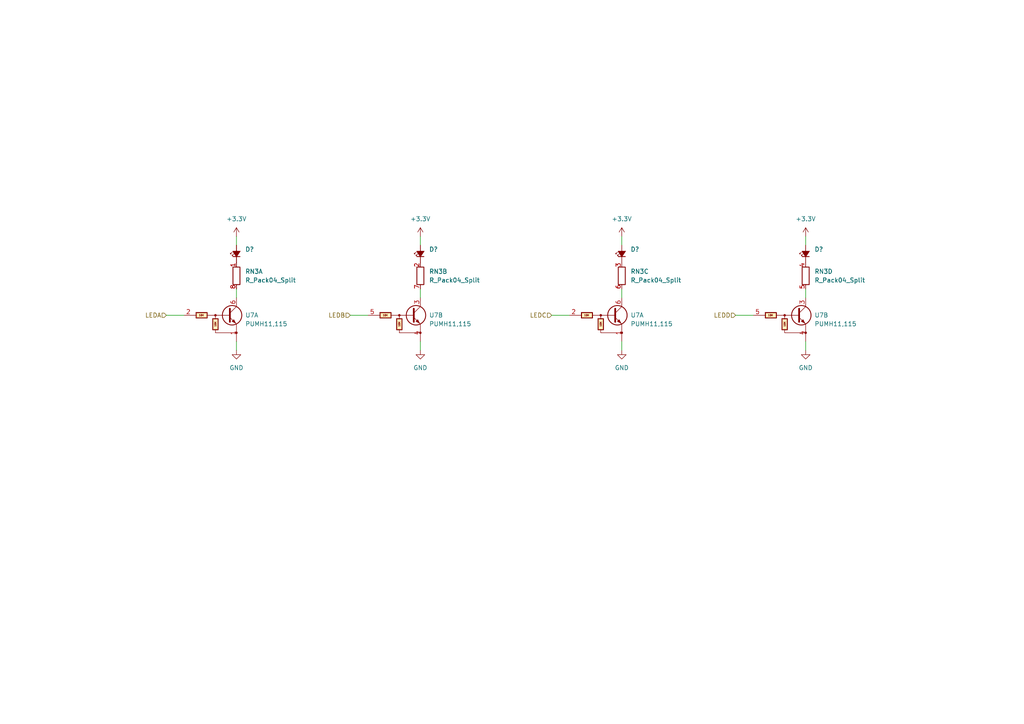
<source format=kicad_sch>
(kicad_sch (version 20230121) (generator eeschema)
  (paper "A4")
  (title_block (rev "R2.1"))
  (lib_symbols
    (symbol "Device:LED_Small_Filled" (pin_numbers hide) (pin_names (offset 0.254) hide)
      (property "Reference" "D" (at -1.27 3.175 0))
      (property "Value" "LED_Small_Filled" (at -4.445 -2.54 0))
      (symbol "LED_Small_Filled_0_1"
        (polyline (pts (xy -0.762 -1.016) (xy -0.762 1.016)) (stroke (width 0.254)))
        (polyline (pts (xy 1.016 0) (xy -0.762 0)))
        (polyline (pts (xy 0.762 -1.016) (xy -0.762 0) (xy 0.762 1.016) (xy 0.762 -1.016)) (stroke (width 0.254)) (fill (type outline)))
        (polyline (pts (xy 0 0.762) (xy -0.508 1.27) (xy -0.254 1.27) (xy -0.508 1.27) (xy -0.508 1.016)))
        (polyline (pts (xy 0.508 1.27) (xy 0 1.778) (xy 0.254 1.778) (xy 0 1.778) (xy 0 1.524)))
      )
      (symbol "LED_Small_Filled_1_1"
        (pin passive line (at -2.54 0 0) (length 1.778) (name "K") (number "1"))
        (pin passive line (at 2.54 0 180) (length 1.778) (name "A") (number "2"))
      )
    )
    (symbol "Device:R_Pack04_Split" (pin_names (offset 0) hide)
      (property "Reference" "RN" (at 2.032 0 90))
      (property "Value" "R_Pack04_Split" (at 0 0 90))
      (symbol "R_Pack04_Split_0_1"
        (rectangle (start 1.016 2.54) (end -1.016 -2.54) (stroke (width 0.254)))
      )
      (symbol "R_Pack04_Split_1_1"
        (pin passive line (at 0 -3.81 90) (length 1.27) (name "R1.1") (number "1"))
        (pin passive line (at 0 3.81 270) (length 1.27) (name "R1.2") (number "8"))
      )
      (symbol "R_Pack04_Split_2_1"
        (pin passive line (at 0 -3.81 90) (length 1.27) (name "R2.1") (number "2"))
        (pin passive line (at 0 3.81 270) (length 1.27) (name "R2.2") (number "7"))
      )
      (symbol "R_Pack04_Split_3_1"
        (pin passive line (at 0 -3.81 90) (length 1.27) (name "R3.1") (number "3"))
        (pin passive line (at 0 3.81 270) (length 1.27) (name "R3.2") (number "6"))
      )
      (symbol "R_Pack04_Split_4_1"
        (pin passive line (at 0 -3.81 90) (length 1.27) (name "R4.1") (number "4"))
        (pin passive line (at 0 3.81 270) (length 1.27) (name "R4.2") (number "5"))
      )
    )
    (symbol "My Libraries:PUMH11,115"
      (property "Reference" "U" (at 0 0 0))
      (property "Value" "PUMH11,115" (at 0 0 0))
      (symbol "PUMH11,115_0_0"
        (circle (center -6.096 0) (radius 0.2736) (stroke (width 0.1524)) (fill (type outline)))
        (circle (center 0 -5.08) (radius 0.2736) (stroke (width 0.1524)) (fill (type outline)))
        (text "10K" (at -10.16 0 0) (effects (font (size 0.508 0.508))))
        (text "10K" (at -6.096 -2.54 900) (effects (font (size 0.508 0.508))))
      )
      (symbol "PUMH11,115_0_1"
        (rectangle (start -11.684 -0.762) (end -8.509 0.762) (stroke (width 0.3048)) (fill (type background)))
        (rectangle (start -6.858 -1.016) (end -5.334 -4.191) (stroke (width 0.3048)) (fill (type background)))
        (circle (center -1.27 0) (radius 2.8194) (stroke (width 0.254)))
        (polyline (pts (xy -12.7 0) (xy -11.684 0)) (stroke (width 0.1524)))
        (polyline (pts (xy -6.096 -1.016) (xy -6.096 0)) (stroke (width 0.1524)))
        (polyline (pts (xy -1.905 0.635) (xy 0 2.54)))
        (polyline (pts (xy -8.382 0) (xy -8.128 0) (xy -2.032 0)) (stroke (width 0.1524)))
        (polyline (pts (xy -6.096 -4.318) (xy -6.096 -5.08) (xy 0 -5.08)) (stroke (width 0.1524)))
        (polyline (pts (xy -1.905 -0.635) (xy 0 -2.54) (xy 0 -2.54)))
        (polyline (pts (xy -1.905 1.905) (xy -1.905 -1.905) (xy -1.905 -1.905)) (stroke (width 0.508)))
        (polyline (pts (xy -1.27 -1.778) (xy -0.762 -1.27) (xy -0.254 -2.286) (xy -1.27 -1.778) (xy -1.27 -1.778)) (fill (type outline)))
      )
      (symbol "PUMH11,115_1_1"
        (pin passive line (at 0 -7.62 90) (length 5.08) (name "") (number "1"))
        (pin passive line (at -15.24 0 0) (length 2.54) (name "") (number "2"))
        (pin passive line (at 0 5.08 270) (length 2.54) (name "") (number "6"))
      )
      (symbol "PUMH11,115_2_1"
        (pin passive line (at 0 5.08 270) (length 2.54) (name "") (number "3"))
        (pin passive line (at 0 -7.62 90) (length 5.08) (name "") (number "4"))
        (pin passive line (at -15.24 0 0) (length 2.54) (name "") (number "5"))
      )
    )
    (symbol "power:+3.3V" (power) (pin_names (offset 0))
      (property "Value" "+3.3V" (at 0 3.556 0))
      (symbol "+3.3V_0_1"
        (polyline (pts (xy -0.762 1.27) (xy 0 2.54)))
        (polyline (pts (xy 0 0) (xy 0 2.54)))
        (polyline (pts (xy 0 2.54) (xy 0.762 1.27)))
      )
      (symbol "+3.3V_1_1"
        (pin power_in line (at 0 0 90) (length 0) hide (name "+3.3V") (number "1"))
      )
    )
    (symbol "power:GND" (power) (pin_names (offset 0))
      (property "Value" "GND" (at 0 -3.81 0))
      (symbol "GND_0_1"
        (polyline (pts (xy 0 0) (xy 0 -1.27) (xy 1.27 -1.27) (xy 0 -2.54) (xy -1.27 -1.27) (xy 0 -1.27)))
      )
      (symbol "GND_1_1"
        (pin power_in line (at 0 0 270) (length 0) hide (name "GND") (number "1"))
      )
    )
  )
  (wire (pts (xy 233.68 99.06) (xy 233.68 101.6)))
  (wire (pts (xy 101.6 91.44) (xy 106.68 91.44)))
  (wire (pts (xy 68.58 71.12) (xy 68.58 68.58)))
  (wire (pts (xy 233.68 71.12) (xy 233.68 68.58)))
  (wire (pts (xy 48.26 91.44) (xy 53.34 91.44)))
  (wire (pts (xy 68.58 99.06) (xy 68.58 101.6)))
  (wire (pts (xy 68.58 83.82) (xy 68.58 86.36)))
  (wire (pts (xy 180.34 99.06) (xy 180.34 101.6)))
  (wire (pts (xy 180.34 71.12) (xy 180.34 68.58)))
  (wire (pts (xy 180.34 83.82) (xy 180.34 86.36)))
  (wire (pts (xy 160.02 91.44) (xy 165.1 91.44)))
  (wire (pts (xy 121.92 99.06) (xy 121.92 101.6)))
  (wire (pts (xy 121.92 83.82) (xy 121.92 86.36)))
  (wire (pts (xy 233.68 83.82) (xy 233.68 86.36)))
  (wire (pts (xy 121.92 71.12) (xy 121.92 68.58)))
  (wire (pts (xy 213.36 91.44) (xy 218.44 91.44)))
  (hierarchical_label "LEDA" (shape input) (at 48.26 91.44 180))
  (hierarchical_label "LEDB" (shape input) (at 101.6 91.44 180))
  (hierarchical_label "LEDC" (shape input) (at 160.02 91.44 180))
  (hierarchical_label "LEDD" (shape input) (at 213.36 91.44 180))
  (symbol (lib_id "Device:LED_Small_Filled") (at 68.58 73.66 90) (unit 1)
    (property "Reference" "D?" (at 71.12 72.3265 90) (effects (justify right)))
    (property "Value" "LED_Small_Filled" (effects hide))
    (property "Footprint" "LED_SMD:LED_0603_1608Metric" (effects hide))
    (instances (project "serial_io_expander" (path "" (reference "D?") (unit 1)) (path "" (reference "D47") (unit 1)) (path "" (reference "D24") (unit 1)) (path "" (reference "D28") (unit 1)) (path "" (reference "D32") (unit 1)) (path "" (reference "D36") (unit 1)) (path "" (reference "D40") (unit 1)) (path "" (reference "D47") (unit 1))))
  )
  (symbol (lib_id "My Libraries:PUMH11,115") (at 68.58 91.44 0) (unit 1)
    (property "Reference" "U7" (at 71.12 91.4117 0) (effects (justify left)))
    (property "Value" "PUMH11,115" (at 71.12 93.9517 0) (effects (justify left)))
    (property "Footprint" "Package_TO_SOT_SMD:SOT-363_SC-70-6" (effects hide))
    (property "Datasheet" "https://assets.nexperia.com/documents/data-sheet/PUMH11.pdf" (effects hide))
    (instances (project "serial_io_expander" (path "" (reference "U7") (unit 1)) (path "" (reference "U8") (unit 1)) (path "" (reference "U7") (unit 1)) (path "" (reference "U11") (unit 1)) (path "" (reference "U13") (unit 1)) (path "" (reference "U17") (unit 1)) (path "" (reference "U19") (unit 1))))
  )
  (symbol (lib_id "Device:LED_Small_Filled") (at 180.34 73.66 90) (unit 1)
    (property "Reference" "D?" (at 182.88 72.3265 90) (effects (justify right)))
    (property "Value" "LED_Small_Filled" (effects hide))
    (property "Footprint" "LED_SMD:LED_0603_1608Metric" (effects hide))
    (instances (project "serial_io_expander" (path "" (reference "D?") (unit 1)) (path "" (reference "D53") (unit 1)) (path "" (reference "D26") (unit 1)) (path "" (reference "D30") (unit 1)) (path "" (reference "D34") (unit 1)) (path "" (reference "D38") (unit 1)) (path "" (reference "D42") (unit 1)) (path "" (reference "D49") (unit 1))))
  )
  (symbol (lib_id "My Libraries:PUMH11,115") (at 121.92 91.44 0) (unit 2)
    (property "Reference" "U7" (at 124.46 91.4117 0) (effects (justify left)))
    (property "Value" "PUMH11,115" (at 124.46 93.9517 0) (effects (justify left)))
    (property "Footprint" "Package_TO_SOT_SMD:SOT-363_SC-70-6" (effects hide))
    (property "Datasheet" "https://assets.nexperia.com/documents/data-sheet/PUMH11.pdf" (effects hide))
    (instances (project "serial_io_expander" (path "" (reference "U7") (unit 2)) (path "" (reference "U8") (unit 2)) (path "" (reference "U7") (unit 2)) (path "" (reference "U11") (unit 2)) (path "" (reference "U13") (unit 2)) (path "" (reference "U17") (unit 2)) (path "" (reference "U19") (unit 2))))
  )
  (symbol (lib_id "power:+3.3V") (at 121.92 68.58 0) (unit 1)
    (property "Reference" "#PWR?" (effects hide))
    (property "Value" "+3.3V" (at 121.92 63.5 0))
    (instances (project "serial_io_expander" (path "" (reference "#PWR?") (unit 1)) (path "" (reference "#PWR?") (unit 1)) (path "" (reference "#PWR0196") (unit 1)) (path "" (reference "#PWR049") (unit 1)) (path "" (reference "#PWR057") (unit 1)) (path "" (reference "#PWR065") (unit 1)) (path "" (reference "#PWR073") (unit 1)) (path "" (reference "#PWR081") (unit 1)) (path "" (reference "#PWR089") (unit 1))))
  )
  (symbol (lib_id "power:GND") (at 121.92 101.6 0) (unit 1)
    (property "Reference" "#PWR0195" (effects hide))
    (property "Value" "GND" (at 121.92 106.68 0))
    (instances (project "serial_io_expander" (path "" (reference "#PWR0195") (unit 1)) (path "" (reference "#PWR050") (unit 1)) (path "" (reference "#PWR058") (unit 1)) (path "" (reference "#PWR066") (unit 1)) (path "" (reference "#PWR074") (unit 1)) (path "" (reference "#PWR082") (unit 1)) (path "" (reference "#PWR090") (unit 1))))
  )
  (symbol (lib_id "Device:R_Pack04_Split") (at 233.68 80.01 180) (unit 4)
    (property "Reference" "RN3" (at 236.22 78.74 0) (effects (justify right)))
    (property "Value" "R_Pack04_Split" (at 236.22 81.28 0) (effects (justify right)))
    (property "Footprint" "Resistor_SMD:R_Array_Concave_4x0603" (effects hide))
    (instances (project "serial_io_expander" (path "" (reference "RN3") (unit 4)) (path "" (reference "RN19") (unit 4)) (path "" (reference "RN3") (unit 4)) (path "" (reference "RN4") (unit 4)) (path "" (reference "RN5") (unit 4)) (path "" (reference "RN6") (unit 4)) (path "" (reference "RN7") (unit 4))))
  )
  (symbol (lib_id "power:+3.3V") (at 233.68 68.58 0) (unit 1)
    (property "Reference" "#PWR?" (effects hide))
    (property "Value" "+3.3V" (at 233.68 63.5 0))
    (instances (project "serial_io_expander" (path "" (reference "#PWR?") (unit 1)) (path "" (reference "#PWR?") (unit 1)) (path "" (reference "#PWR0206") (unit 1)) (path "" (reference "#PWR053") (unit 1)) (path "" (reference "#PWR061") (unit 1)) (path "" (reference "#PWR069") (unit 1)) (path "" (reference "#PWR077") (unit 1)) (path "" (reference "#PWR085") (unit 1)) (path "" (reference "#PWR093") (unit 1))))
  )
  (symbol (lib_id "My Libraries:PUMH11,115") (at 233.68 91.44 0) (unit 2)
    (property "Reference" "U7" (at 236.22 91.4117 0) (effects (justify left)))
    (property "Value" "PUMH11,115" (at 236.22 93.9517 0) (effects (justify left)))
    (property "Footprint" "Package_TO_SOT_SMD:SOT-363_SC-70-6" (effects hide))
    (property "Datasheet" "https://assets.nexperia.com/documents/data-sheet/PUMH11.pdf" (effects hide))
    (instances (project "serial_io_expander" (path "" (reference "U7") (unit 2)) (path "" (reference "U9") (unit 2)) (path "" (reference "U10") (unit 2)) (path "" (reference "U12") (unit 2)) (path "" (reference "U14") (unit 2)) (path "" (reference "U18") (unit 2)) (path "" (reference "U20") (unit 2))))
  )
  (symbol (lib_id "Device:LED_Small_Filled") (at 233.68 73.66 90) (unit 1)
    (property "Reference" "D?" (at 236.22 72.3265 90) (effects (justify right)))
    (property "Value" "LED_Small_Filled" (effects hide))
    (property "Footprint" "LED_SMD:LED_0603_1608Metric" (effects hide))
    (instances (project "serial_io_expander" (path "" (reference "D?") (unit 1)) (path "" (reference "D56") (unit 1)) (path "" (reference "D27") (unit 1)) (path "" (reference "D31") (unit 1)) (path "" (reference "D35") (unit 1)) (path "" (reference "D39") (unit 1)) (path "" (reference "D43") (unit 1)) (path "" (reference "D50") (unit 1))))
  )
  (symbol (lib_id "power:+3.3V") (at 180.34 68.58 0) (unit 1)
    (property "Reference" "#PWR?" (effects hide))
    (property "Value" "+3.3V" (at 180.34 63.5 0))
    (instances (project "serial_io_expander" (path "" (reference "#PWR?") (unit 1)) (path "" (reference "#PWR?") (unit 1)) (path "" (reference "#PWR0202") (unit 1)) (path "" (reference "#PWR051") (unit 1)) (path "" (reference "#PWR059") (unit 1)) (path "" (reference "#PWR067") (unit 1)) (path "" (reference "#PWR075") (unit 1)) (path "" (reference "#PWR083") (unit 1)) (path "" (reference "#PWR091") (unit 1))))
  )
  (symbol (lib_id "power:+3.3V") (at 68.58 68.58 0) (unit 1)
    (property "Reference" "#PWR?" (effects hide))
    (property "Value" "+3.3V" (at 68.58 63.5 0))
    (instances (project "serial_io_expander" (path "" (reference "#PWR?") (unit 1)) (path "" (reference "#PWR?") (unit 1)) (path "" (reference "#PWR0197") (unit 1)) (path "" (reference "#PWR047") (unit 1)) (path "" (reference "#PWR055") (unit 1)) (path "" (reference "#PWR063") (unit 1)) (path "" (reference "#PWR071") (unit 1)) (path "" (reference "#PWR079") (unit 1)) (path "" (reference "#PWR087") (unit 1))))
  )
  (symbol (lib_id "Device:R_Pack04_Split") (at 121.92 80.01 180) (unit 2)
    (property "Reference" "RN3" (at 124.46 78.74 0) (effects (justify right)))
    (property "Value" "R_Pack04_Split" (at 124.46 81.28 0) (effects (justify right)))
    (property "Footprint" "Resistor_SMD:R_Array_Concave_4x0603" (effects hide))
    (instances (project "serial_io_expander" (path "" (reference "RN3") (unit 2)) (path "" (reference "RN19") (unit 2)) (path "" (reference "RN3") (unit 2)) (path "" (reference "RN4") (unit 2)) (path "" (reference "RN5") (unit 2)) (path "" (reference "RN6") (unit 2)) (path "" (reference "RN7") (unit 2))))
  )
  (symbol (lib_id "Device:R_Pack04_Split") (at 180.34 80.01 180) (unit 3)
    (property "Reference" "RN3" (at 182.88 78.74 0) (effects (justify right)))
    (property "Value" "R_Pack04_Split" (at 182.88 81.28 0) (effects (justify right)))
    (property "Footprint" "Resistor_SMD:R_Array_Concave_4x0603" (effects hide))
    (instances (project "serial_io_expander" (path "" (reference "RN3") (unit 3)) (path "" (reference "RN19") (unit 3)) (path "" (reference "RN3") (unit 3)) (path "" (reference "RN4") (unit 3)) (path "" (reference "RN5") (unit 3)) (path "" (reference "RN6") (unit 3)) (path "" (reference "RN7") (unit 3))))
  )
  (symbol (lib_id "power:GND") (at 68.58 101.6 0) (unit 1)
    (property "Reference" "#PWR0194" (effects hide))
    (property "Value" "GND" (at 68.58 106.68 0))
    (instances (project "serial_io_expander" (path "" (reference "#PWR0194") (unit 1)) (path "" (reference "#PWR048") (unit 1)) (path "" (reference "#PWR056") (unit 1)) (path "" (reference "#PWR064") (unit 1)) (path "" (reference "#PWR072") (unit 1)) (path "" (reference "#PWR080") (unit 1)) (path "" (reference "#PWR088") (unit 1))))
  )
  (symbol (lib_id "My Libraries:PUMH11,115") (at 180.34 91.44 0) (unit 1)
    (property "Reference" "U7" (at 182.88 91.4117 0) (effects (justify left)))
    (property "Value" "PUMH11,115" (at 182.88 93.9517 0) (effects (justify left)))
    (property "Footprint" "Package_TO_SOT_SMD:SOT-363_SC-70-6" (effects hide))
    (property "Datasheet" "https://assets.nexperia.com/documents/data-sheet/PUMH11.pdf" (effects hide))
    (instances (project "serial_io_expander" (path "" (reference "U7") (unit 1)) (path "" (reference "U9") (unit 1)) (path "" (reference "U10") (unit 1)) (path "" (reference "U12") (unit 1)) (path "" (reference "U14") (unit 1)) (path "" (reference "U18") (unit 1)) (path "" (reference "U20") (unit 1))))
  )
  (symbol (lib_id "power:GND") (at 180.34 101.6 0) (unit 1)
    (property "Reference" "#PWR0194" (effects hide))
    (property "Value" "GND" (at 180.34 106.68 0))
    (instances (project "serial_io_expander" (path "" (reference "#PWR0194") (unit 1)) (path "" (reference "#PWR052") (unit 1)) (path "" (reference "#PWR060") (unit 1)) (path "" (reference "#PWR068") (unit 1)) (path "" (reference "#PWR076") (unit 1)) (path "" (reference "#PWR084") (unit 1)) (path "" (reference "#PWR092") (unit 1))))
  )
  (symbol (lib_id "Device:LED_Small_Filled") (at 121.92 73.66 90) (unit 1)
    (property "Reference" "D?" (at 124.46 72.3265 90) (effects (justify right)))
    (property "Value" "LED_Small_Filled" (effects hide))
    (property "Footprint" "LED_SMD:LED_0603_1608Metric" (effects hide))
    (instances (project "serial_io_expander" (path "" (reference "D?") (unit 1)) (path "" (reference "D50") (unit 1)) (path "" (reference "D25") (unit 1)) (path "" (reference "D29") (unit 1)) (path "" (reference "D33") (unit 1)) (path "" (reference "D37") (unit 1)) (path "" (reference "D41") (unit 1)) (path "" (reference "D48") (unit 1))))
  )
  (symbol (lib_id "Device:R_Pack04_Split") (at 68.58 80.01 180) (unit 1)
    (property "Reference" "RN3" (at 71.12 78.74 0) (effects (justify right)))
    (property "Value" "R_Pack04_Split" (at 71.12 81.28 0) (effects (justify right)))
    (property "Footprint" "Resistor_SMD:R_Array_Concave_4x0603" (effects hide))
    (instances (project "serial_io_expander" (path "" (reference "RN3") (unit 1)) (path "" (reference "RN19") (unit 1)) (path "" (reference "RN3") (unit 1)) (path "" (reference "RN4") (unit 1)) (path "" (reference "RN5") (unit 1)) (path "" (reference "RN6") (unit 1)) (path "" (reference "RN7") (unit 1))))
  )
  (symbol (lib_id "power:GND") (at 233.68 101.6 0) (unit 1)
    (property "Reference" "#PWR0195" (effects hide))
    (property "Value" "GND" (at 233.68 106.68 0))
    (instances (project "serial_io_expander" (path "" (reference "#PWR0195") (unit 1)) (path "" (reference "#PWR054") (unit 1)) (path "" (reference "#PWR062") (unit 1)) (path "" (reference "#PWR070") (unit 1)) (path "" (reference "#PWR078") (unit 1)) (path "" (reference "#PWR086") (unit 1)) (path "" (reference "#PWR094") (unit 1))))
  )
)
</source>
